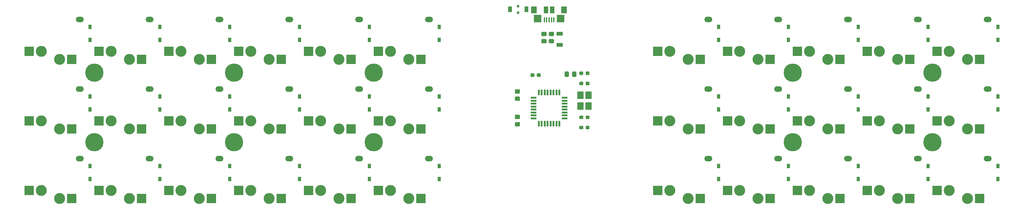
<source format=gbr>
G04 #@! TF.GenerationSoftware,KiCad,Pcbnew,(5.1.7)-1*
G04 #@! TF.CreationDate,2021-01-09T22:43:23+09:00*
G04 #@! TF.ProjectId,barracuda,62617272-6163-4756-9461-2e6b69636164,rev?*
G04 #@! TF.SameCoordinates,Original*
G04 #@! TF.FileFunction,Soldermask,Bot*
G04 #@! TF.FilePolarity,Negative*
%FSLAX46Y46*%
G04 Gerber Fmt 4.6, Leading zero omitted, Abs format (unit mm)*
G04 Created by KiCad (PCBNEW (5.1.7)-1) date 2021-01-09 22:43:23*
%MOMM*%
%LPD*%
G01*
G04 APERTURE LIST*
%ADD10C,3.000000*%
%ADD11R,2.600000X2.600000*%
%ADD12O,2.200000X1.500000*%
%ADD13R,0.950000X1.300000*%
%ADD14C,5.000000*%
%ADD15R,1.100000X1.600000*%
%ADD16C,0.750000*%
%ADD17R,1.600000X0.550000*%
%ADD18R,0.550000X1.600000*%
%ADD19R,1.820000X1.060000*%
%ADD20R,2.100000X2.000000*%
%ADD21R,1.600000X1.900000*%
%ADD22R,0.400000X1.350000*%
%ADD23R,1.200000X1.900000*%
%ADD24R,1.800000X2.100000*%
G04 APERTURE END LIST*
G36*
G01*
X175329001Y-72244000D02*
X174428999Y-72244000D01*
G75*
G02*
X174179000Y-71994001I0J249999D01*
G01*
X174179000Y-71293999D01*
G75*
G02*
X174428999Y-71044000I249999J0D01*
G01*
X175329001Y-71044000D01*
G75*
G02*
X175579000Y-71293999I0J-249999D01*
G01*
X175579000Y-71994001D01*
G75*
G02*
X175329001Y-72244000I-249999J0D01*
G01*
G37*
G36*
G01*
X175329001Y-74244000D02*
X174428999Y-74244000D01*
G75*
G02*
X174179000Y-73994001I0J249999D01*
G01*
X174179000Y-73293999D01*
G75*
G02*
X174428999Y-73044000I249999J0D01*
G01*
X175329001Y-73044000D01*
G75*
G02*
X175579000Y-73293999I0J-249999D01*
G01*
X175579000Y-73994001D01*
G75*
G02*
X175329001Y-74244000I-249999J0D01*
G01*
G37*
D10*
X297650000Y-94000000D03*
X292650000Y-91800000D03*
D11*
X300950000Y-94000000D03*
X289350000Y-91800000D03*
D12*
X303200000Y-83100000D03*
D10*
X297650000Y-74950000D03*
X292650000Y-72750000D03*
D11*
X300950000Y-74950000D03*
X289350000Y-72750000D03*
D12*
X303200000Y-64050000D03*
D10*
X297650000Y-55900000D03*
X292650000Y-53700000D03*
D11*
X300950000Y-55900000D03*
X289350000Y-53700000D03*
D12*
X303200000Y-45000000D03*
D10*
X278600000Y-94000000D03*
X273600000Y-91800000D03*
D11*
X281900000Y-94000000D03*
X270300000Y-91800000D03*
D12*
X284150000Y-83100000D03*
D10*
X278600000Y-74950000D03*
X273600000Y-72750000D03*
D11*
X281900000Y-74950000D03*
X270300000Y-72750000D03*
D12*
X284150000Y-64050000D03*
D10*
X278600000Y-55900000D03*
X273600000Y-53700000D03*
D11*
X281900000Y-55900000D03*
X270300000Y-53700000D03*
D12*
X284150000Y-45000000D03*
D10*
X259550000Y-94000000D03*
X254550000Y-91800000D03*
D11*
X262850000Y-94000000D03*
X251250000Y-91800000D03*
D12*
X265100000Y-83100000D03*
D10*
X259550000Y-74950000D03*
X254550000Y-72750000D03*
D11*
X262850000Y-74950000D03*
X251250000Y-72750000D03*
D12*
X265100000Y-64050000D03*
D10*
X259550000Y-55900000D03*
X254550000Y-53700000D03*
D11*
X262850000Y-55900000D03*
X251250000Y-53700000D03*
D12*
X265100000Y-45000000D03*
D10*
X240500000Y-94000000D03*
X235500000Y-91800000D03*
D11*
X243800000Y-94000000D03*
X232200000Y-91800000D03*
D12*
X246050000Y-83100000D03*
D10*
X240500000Y-74950000D03*
X235500000Y-72750000D03*
D11*
X243800000Y-74950000D03*
X232200000Y-72750000D03*
D12*
X246050000Y-64050000D03*
D10*
X240500000Y-55900000D03*
X235500000Y-53700000D03*
D11*
X243800000Y-55900000D03*
X232200000Y-53700000D03*
D12*
X246050000Y-45000000D03*
D10*
X221450000Y-94000000D03*
X216450000Y-91800000D03*
D11*
X224750000Y-94000000D03*
X213150000Y-91800000D03*
D12*
X227000000Y-83100000D03*
D10*
X221450000Y-74950000D03*
X216450000Y-72750000D03*
D11*
X224750000Y-74950000D03*
X213150000Y-72750000D03*
D12*
X227000000Y-64050000D03*
D10*
X221450000Y-55900000D03*
X216450000Y-53700000D03*
D11*
X224750000Y-55900000D03*
X213150000Y-53700000D03*
D12*
X227000000Y-45000000D03*
D10*
X145250000Y-94000000D03*
X140250000Y-91800000D03*
D11*
X148550000Y-94000000D03*
X136950000Y-91800000D03*
D12*
X150800000Y-83100000D03*
D10*
X145250000Y-74950000D03*
X140250000Y-72750000D03*
D11*
X148550000Y-74950000D03*
X136950000Y-72750000D03*
D12*
X150800000Y-64050000D03*
D10*
X145250000Y-55900000D03*
X140250000Y-53700000D03*
D11*
X148550000Y-55900000D03*
X136950000Y-53700000D03*
D12*
X150800000Y-45000000D03*
D10*
X126200000Y-94000000D03*
X121200000Y-91800000D03*
D11*
X129500000Y-94000000D03*
X117900000Y-91800000D03*
D12*
X131750000Y-83100000D03*
D10*
X126200000Y-74950000D03*
X121200000Y-72750000D03*
D11*
X129500000Y-74950000D03*
X117900000Y-72750000D03*
D12*
X131750000Y-64050000D03*
D10*
X126200000Y-55900000D03*
X121200000Y-53700000D03*
D11*
X129500000Y-55900000D03*
X117900000Y-53700000D03*
D12*
X131750000Y-45000000D03*
D10*
X107150000Y-94000000D03*
X102150000Y-91800000D03*
D11*
X110450000Y-94000000D03*
X98850000Y-91800000D03*
D12*
X112700000Y-83100000D03*
D10*
X107150000Y-74950000D03*
X102150000Y-72750000D03*
D11*
X110450000Y-74950000D03*
X98850000Y-72750000D03*
D12*
X112700000Y-64050000D03*
D10*
X107150000Y-55900000D03*
X102150000Y-53700000D03*
D11*
X110450000Y-55900000D03*
X98850000Y-53700000D03*
D12*
X112700000Y-45000000D03*
D10*
X88100000Y-94000000D03*
X83100000Y-91800000D03*
D11*
X91400000Y-94000000D03*
X79800000Y-91800000D03*
D12*
X93650000Y-83100000D03*
D10*
X88100000Y-74950000D03*
X83100000Y-72750000D03*
D11*
X91400000Y-74950000D03*
X79800000Y-72750000D03*
D12*
X93650000Y-64050000D03*
D10*
X88100000Y-55900000D03*
X83100000Y-53700000D03*
D11*
X91400000Y-55900000D03*
X79800000Y-53700000D03*
D12*
X93650000Y-45000000D03*
D10*
X69050000Y-94000000D03*
X64050000Y-91800000D03*
D11*
X72350000Y-94000000D03*
X60750000Y-91800000D03*
D12*
X74600000Y-83100000D03*
D10*
X69050000Y-74950000D03*
X64050000Y-72750000D03*
D11*
X72350000Y-74950000D03*
X60750000Y-72750000D03*
D12*
X74600000Y-64050000D03*
D10*
X69050000Y-55900000D03*
X64050000Y-53700000D03*
D11*
X72350000Y-55900000D03*
X60750000Y-53700000D03*
D12*
X74600000Y-45000000D03*
D10*
X50000000Y-94000000D03*
X45000000Y-91800000D03*
D11*
X53300000Y-94000000D03*
X41700000Y-91800000D03*
D12*
X55550000Y-83100000D03*
D10*
X50000000Y-74950000D03*
X45000000Y-72750000D03*
D11*
X53300000Y-74950000D03*
X41700000Y-72750000D03*
D12*
X55550000Y-64050000D03*
D10*
X50000000Y-55900000D03*
X45000000Y-53700000D03*
D11*
X53300000Y-55900000D03*
X41700000Y-53700000D03*
D12*
X55550000Y-45000000D03*
D13*
X305943000Y-85093000D03*
X305943000Y-88643000D03*
X305943000Y-66043000D03*
X305943000Y-69593000D03*
X305943000Y-46993000D03*
X305943000Y-50543000D03*
X286893000Y-85093000D03*
X286893000Y-88643000D03*
X286893000Y-66043000D03*
X286893000Y-69593000D03*
X286893000Y-46993000D03*
X286893000Y-50543000D03*
X267843000Y-85093000D03*
X267843000Y-88643000D03*
X267843000Y-66043000D03*
X267843000Y-69593000D03*
X267843000Y-46993000D03*
X267843000Y-50543000D03*
X248793000Y-85093000D03*
X248793000Y-88643000D03*
X248793000Y-66043000D03*
X248793000Y-69593000D03*
X248793000Y-46993000D03*
X248793000Y-50543000D03*
X229743000Y-85093000D03*
X229743000Y-88643000D03*
X229743000Y-66043000D03*
X229743000Y-69593000D03*
X229743000Y-46993000D03*
X229743000Y-50543000D03*
X153543000Y-85093000D03*
X153543000Y-88643000D03*
X153543000Y-66043000D03*
X153543000Y-69593000D03*
X153543000Y-46993000D03*
X153543000Y-50543000D03*
X134493000Y-85093000D03*
X134493000Y-88643000D03*
X134493000Y-66043000D03*
X134493000Y-69593000D03*
X134493000Y-46993000D03*
X134493000Y-50543000D03*
X115443000Y-85093000D03*
X115443000Y-88643000D03*
X115443000Y-66043000D03*
X115443000Y-69593000D03*
X115443000Y-46993000D03*
X115443000Y-50543000D03*
X96393000Y-85093000D03*
X96393000Y-88643000D03*
X96393000Y-66043000D03*
X96393000Y-69593000D03*
X96393000Y-46993000D03*
X96393000Y-50543000D03*
X77342999Y-85093000D03*
X77342999Y-88643000D03*
X77342999Y-66043000D03*
X77342999Y-69593000D03*
X77342999Y-46993000D03*
X77342999Y-50543000D03*
X58293000Y-85093000D03*
X58293000Y-88643000D03*
X58293000Y-66043000D03*
X58293000Y-69593000D03*
X58293000Y-46993000D03*
X58293000Y-50543000D03*
D14*
X288125000Y-78575000D03*
X288125000Y-59525000D03*
X250025000Y-78575000D03*
X250025000Y-59525000D03*
X135725000Y-78575000D03*
X135725000Y-59525000D03*
X97625000Y-78575000D03*
X97625000Y-59525000D03*
X59525000Y-78575000D03*
X59525000Y-59525000D03*
D15*
X177319500Y-42164000D03*
X172819500Y-42164000D03*
D16*
X175069500Y-41364000D03*
X175069500Y-43064000D03*
D17*
X187765000Y-66415000D03*
X187765000Y-67215000D03*
X187765000Y-68015000D03*
X187765000Y-68815000D03*
X187765000Y-69615000D03*
X187765000Y-70415000D03*
X187765000Y-71215000D03*
X187765000Y-72015000D03*
D18*
X186315000Y-73465000D03*
X185515000Y-73465000D03*
X184715000Y-73465000D03*
X183915000Y-73465000D03*
X183115000Y-73465000D03*
X182315000Y-73465000D03*
X181515000Y-73465000D03*
X180715000Y-73465000D03*
D17*
X179265000Y-72015000D03*
X179265000Y-71215000D03*
X179265000Y-70415000D03*
X179265000Y-69615000D03*
X179265000Y-68815000D03*
X179265000Y-68015000D03*
X179265000Y-67215000D03*
X179265000Y-66415000D03*
D18*
X180715000Y-64965000D03*
X181515000Y-64965000D03*
X182315000Y-64965000D03*
X183115000Y-64965000D03*
X183915000Y-64965000D03*
X184715000Y-64965000D03*
X185515000Y-64965000D03*
X186315000Y-64965000D03*
G36*
G01*
X192842000Y-62246500D02*
X192842000Y-62721500D01*
G75*
G02*
X192604500Y-62959000I-237500J0D01*
G01*
X192004500Y-62959000D01*
G75*
G02*
X191767000Y-62721500I0J237500D01*
G01*
X191767000Y-62246500D01*
G75*
G02*
X192004500Y-62009000I237500J0D01*
G01*
X192604500Y-62009000D01*
G75*
G02*
X192842000Y-62246500I0J-237500D01*
G01*
G37*
G36*
G01*
X194567000Y-62246500D02*
X194567000Y-62721500D01*
G75*
G02*
X194329500Y-62959000I-237500J0D01*
G01*
X193729500Y-62959000D01*
G75*
G02*
X193492000Y-62721500I0J237500D01*
G01*
X193492000Y-62246500D01*
G75*
G02*
X193729500Y-62009000I237500J0D01*
G01*
X194329500Y-62009000D01*
G75*
G02*
X194567000Y-62246500I0J-237500D01*
G01*
G37*
G36*
G01*
X194567000Y-71517500D02*
X194567000Y-71992500D01*
G75*
G02*
X194329500Y-72230000I-237500J0D01*
G01*
X193729500Y-72230000D01*
G75*
G02*
X193492000Y-71992500I0J237500D01*
G01*
X193492000Y-71517500D01*
G75*
G02*
X193729500Y-71280000I237500J0D01*
G01*
X194329500Y-71280000D01*
G75*
G02*
X194567000Y-71517500I0J-237500D01*
G01*
G37*
G36*
G01*
X192842000Y-71517500D02*
X192842000Y-71992500D01*
G75*
G02*
X192604500Y-72230000I-237500J0D01*
G01*
X192004500Y-72230000D01*
G75*
G02*
X191767000Y-71992500I0J237500D01*
G01*
X191767000Y-71517500D01*
G75*
G02*
X192004500Y-71280000I237500J0D01*
G01*
X192604500Y-71280000D01*
G75*
G02*
X192842000Y-71517500I0J-237500D01*
G01*
G37*
G36*
G01*
X178432000Y-60435500D02*
X178432000Y-59960500D01*
G75*
G02*
X178669500Y-59723000I237500J0D01*
G01*
X179269500Y-59723000D01*
G75*
G02*
X179507000Y-59960500I0J-237500D01*
G01*
X179507000Y-60435500D01*
G75*
G02*
X179269500Y-60673000I-237500J0D01*
G01*
X178669500Y-60673000D01*
G75*
G02*
X178432000Y-60435500I0J237500D01*
G01*
G37*
G36*
G01*
X180157000Y-60435500D02*
X180157000Y-59960500D01*
G75*
G02*
X180394500Y-59723000I237500J0D01*
G01*
X180994500Y-59723000D01*
G75*
G02*
X181232000Y-59960500I0J-237500D01*
G01*
X181232000Y-60435500D01*
G75*
G02*
X180994500Y-60673000I-237500J0D01*
G01*
X180394500Y-60673000D01*
G75*
G02*
X180157000Y-60435500I0J237500D01*
G01*
G37*
G36*
G01*
X187732000Y-60419000D02*
X187732000Y-59469000D01*
G75*
G02*
X187982000Y-59219000I250000J0D01*
G01*
X188657000Y-59219000D01*
G75*
G02*
X188907000Y-59469000I0J-250000D01*
G01*
X188907000Y-60419000D01*
G75*
G02*
X188657000Y-60669000I-250000J0D01*
G01*
X187982000Y-60669000D01*
G75*
G02*
X187732000Y-60419000I0J250000D01*
G01*
G37*
G36*
G01*
X189807000Y-60419000D02*
X189807000Y-59469000D01*
G75*
G02*
X190057000Y-59219000I250000J0D01*
G01*
X190732000Y-59219000D01*
G75*
G02*
X190982000Y-59469000I0J-250000D01*
G01*
X190982000Y-60419000D01*
G75*
G02*
X190732000Y-60669000I-250000J0D01*
G01*
X190057000Y-60669000D01*
G75*
G02*
X189807000Y-60419000I0J250000D01*
G01*
G37*
G36*
G01*
X193492000Y-59927500D02*
X193492000Y-59452500D01*
G75*
G02*
X193729500Y-59215000I237500J0D01*
G01*
X194329500Y-59215000D01*
G75*
G02*
X194567000Y-59452500I0J-237500D01*
G01*
X194567000Y-59927500D01*
G75*
G02*
X194329500Y-60165000I-237500J0D01*
G01*
X193729500Y-60165000D01*
G75*
G02*
X193492000Y-59927500I0J237500D01*
G01*
G37*
G36*
G01*
X191767000Y-59927500D02*
X191767000Y-59452500D01*
G75*
G02*
X192004500Y-59215000I237500J0D01*
G01*
X192604500Y-59215000D01*
G75*
G02*
X192842000Y-59452500I0J-237500D01*
G01*
X192842000Y-59927500D01*
G75*
G02*
X192604500Y-60165000I-237500J0D01*
G01*
X192004500Y-60165000D01*
G75*
G02*
X191767000Y-59927500I0J237500D01*
G01*
G37*
G36*
G01*
X191767000Y-74786500D02*
X191767000Y-74311500D01*
G75*
G02*
X192004500Y-74074000I237500J0D01*
G01*
X192604500Y-74074000D01*
G75*
G02*
X192842000Y-74311500I0J-237500D01*
G01*
X192842000Y-74786500D01*
G75*
G02*
X192604500Y-75024000I-237500J0D01*
G01*
X192004500Y-75024000D01*
G75*
G02*
X191767000Y-74786500I0J237500D01*
G01*
G37*
G36*
G01*
X193492000Y-74786500D02*
X193492000Y-74311500D01*
G75*
G02*
X193729500Y-74074000I237500J0D01*
G01*
X194329500Y-74074000D01*
G75*
G02*
X194567000Y-74311500I0J-237500D01*
G01*
X194567000Y-74786500D01*
G75*
G02*
X194329500Y-75024000I-237500J0D01*
G01*
X193729500Y-75024000D01*
G75*
G02*
X193492000Y-74786500I0J237500D01*
G01*
G37*
D19*
X186436000Y-51947000D03*
X186436000Y-48891000D03*
D20*
X180415000Y-44704500D03*
X186615000Y-44704500D03*
D21*
X179415000Y-42354500D03*
X187615000Y-42354500D03*
D22*
X184815000Y-45029500D03*
X184165000Y-45029500D03*
X183515000Y-45029500D03*
X182865000Y-45029500D03*
X182215000Y-45029500D03*
D23*
X182665000Y-42354500D03*
X184365000Y-42354500D03*
G36*
G01*
X182568001Y-51511000D02*
X181667999Y-51511000D01*
G75*
G02*
X181418000Y-51261001I0J249999D01*
G01*
X181418000Y-50560999D01*
G75*
G02*
X181667999Y-50311000I249999J0D01*
G01*
X182568001Y-50311000D01*
G75*
G02*
X182818000Y-50560999I0J-249999D01*
G01*
X182818000Y-51261001D01*
G75*
G02*
X182568001Y-51511000I-249999J0D01*
G01*
G37*
G36*
G01*
X182568001Y-49511000D02*
X181667999Y-49511000D01*
G75*
G02*
X181418000Y-49261001I0J249999D01*
G01*
X181418000Y-48560999D01*
G75*
G02*
X181667999Y-48311000I249999J0D01*
G01*
X182568001Y-48311000D01*
G75*
G02*
X182818000Y-48560999I0J-249999D01*
G01*
X182818000Y-49261001D01*
G75*
G02*
X182568001Y-49511000I-249999J0D01*
G01*
G37*
G36*
G01*
X184600001Y-51511000D02*
X183699999Y-51511000D01*
G75*
G02*
X183450000Y-51261001I0J249999D01*
G01*
X183450000Y-50560999D01*
G75*
G02*
X183699999Y-50311000I249999J0D01*
G01*
X184600001Y-50311000D01*
G75*
G02*
X184850000Y-50560999I0J-249999D01*
G01*
X184850000Y-51261001D01*
G75*
G02*
X184600001Y-51511000I-249999J0D01*
G01*
G37*
G36*
G01*
X184600001Y-49511000D02*
X183699999Y-49511000D01*
G75*
G02*
X183450000Y-49261001I0J249999D01*
G01*
X183450000Y-48560999D01*
G75*
G02*
X183699999Y-48311000I249999J0D01*
G01*
X184600001Y-48311000D01*
G75*
G02*
X184850000Y-48560999I0J-249999D01*
G01*
X184850000Y-49261001D01*
G75*
G02*
X184600001Y-49511000I-249999J0D01*
G01*
G37*
G36*
G01*
X174428999Y-66059000D02*
X175329001Y-66059000D01*
G75*
G02*
X175579000Y-66308999I0J-249999D01*
G01*
X175579000Y-67009001D01*
G75*
G02*
X175329001Y-67259000I-249999J0D01*
G01*
X174428999Y-67259000D01*
G75*
G02*
X174179000Y-67009001I0J249999D01*
G01*
X174179000Y-66308999D01*
G75*
G02*
X174428999Y-66059000I249999J0D01*
G01*
G37*
G36*
G01*
X174428999Y-64059000D02*
X175329001Y-64059000D01*
G75*
G02*
X175579000Y-64308999I0J-249999D01*
G01*
X175579000Y-65009001D01*
G75*
G02*
X175329001Y-65259000I-249999J0D01*
G01*
X174428999Y-65259000D01*
G75*
G02*
X174179000Y-65009001I0J249999D01*
G01*
X174179000Y-64308999D01*
G75*
G02*
X174428999Y-64059000I249999J0D01*
G01*
G37*
D24*
X194267000Y-65733000D03*
X194267000Y-68633000D03*
X192067000Y-68633000D03*
X192067000Y-65733000D03*
M02*

</source>
